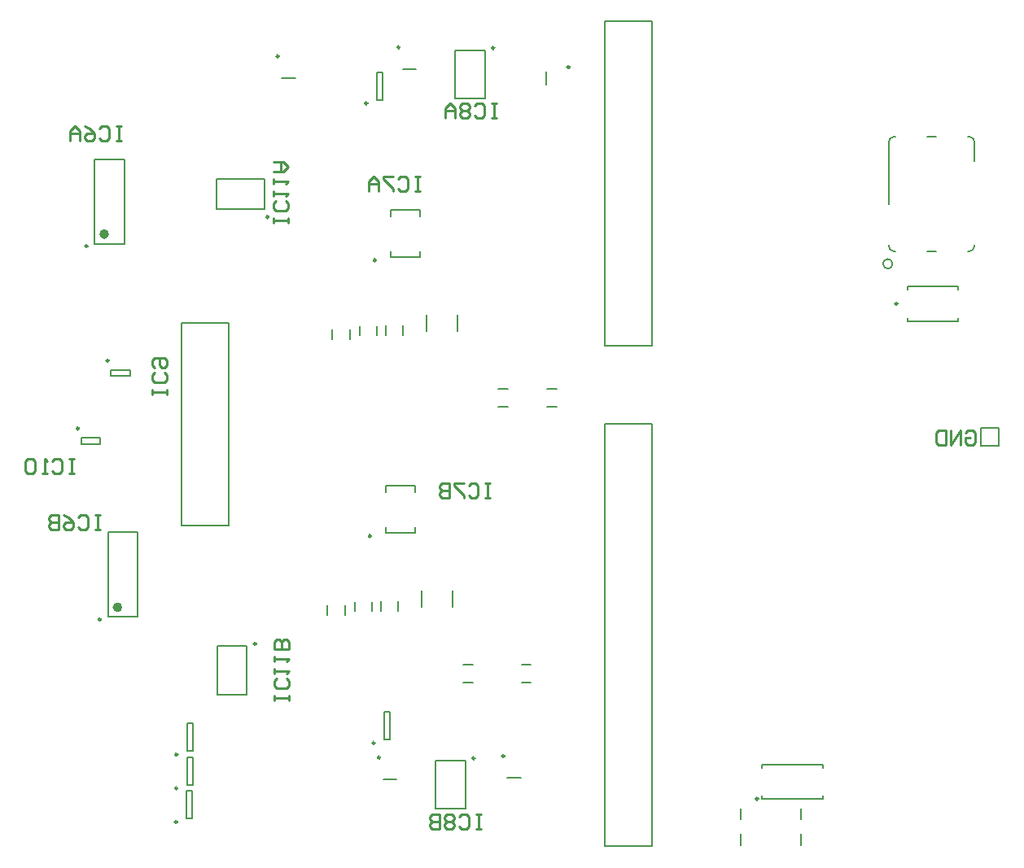
<source format=gbo>
G04*
G04 #@! TF.GenerationSoftware,Altium Limited,Altium Designer,21.5.1 (32)*
G04*
G04 Layer_Color=32896*
%FSLAX25Y25*%
%MOIN*%
G70*
G04*
G04 #@! TF.SameCoordinates,40A1BE61-9D6D-4511-9C65-2EA0C261B3BE*
G04*
G04*
G04 #@! TF.FilePolarity,Positive*
G04*
G01*
G75*
%ADD10C,0.00984*%
%ADD11C,0.00787*%
%ADD13C,0.01000*%
%ADD98C,0.01968*%
D10*
X116488Y285551D02*
G03*
X116488Y285551I-492J0D01*
G01*
X111441Y110650D02*
G03*
X111441Y110650I-492J0D01*
G01*
X120668Y351406D02*
G03*
X120668Y351406I-492J0D01*
G01*
X170205Y355128D02*
G03*
X170205Y355128I-492J0D01*
G01*
X239776Y346965D02*
G03*
X239776Y346965I-492J0D01*
G01*
X156980Y332126D02*
G03*
X156980Y332126I-492J0D01*
G01*
X208941Y354846D02*
G03*
X208941Y354846I-492J0D01*
G01*
X79202Y65323D02*
G03*
X79202Y65323I-492J0D01*
G01*
X79097Y37716D02*
G03*
X79097Y37716I-492J0D01*
G01*
X79202Y51472D02*
G03*
X79202Y51472I-492J0D01*
G01*
X42394Y273603D02*
G03*
X42394Y273603I-492J0D01*
G01*
X51074Y226711D02*
G03*
X51074Y226711I-492J0D01*
G01*
X38871Y198923D02*
G03*
X38871Y198923I-492J0D01*
G01*
X47840Y120653D02*
G03*
X47840Y120653I-492J0D01*
G01*
X200941Y63793D02*
G03*
X200941Y63793I-492J0D01*
G01*
X158429Y154846D02*
G03*
X158429Y154846I-492J0D01*
G01*
X160429Y267846D02*
G03*
X160429Y267846I-492J0D01*
G01*
X316980Y47185D02*
G03*
X316980Y47185I-492J0D01*
G01*
X162205Y64075D02*
G03*
X162205Y64075I-492J0D01*
G01*
X213063Y64671D02*
G03*
X213063Y64671I-492J0D01*
G01*
X159980Y70072D02*
G03*
X159980Y70072I-492J0D01*
G01*
X374031Y250000D02*
G03*
X374031Y250000I-492J0D01*
G01*
D11*
X372040Y266385D02*
G03*
X372040Y266385I-1969J0D01*
G01*
X370481Y273543D02*
G03*
X372449Y271575I1969J0D01*
G01*
X403551D02*
G03*
X405520Y273543I0J1969D01*
G01*
X372449Y318425D02*
G03*
X370481Y316457I0J-1969D01*
G01*
X405520D02*
G03*
X403551Y318425I-1969J0D01*
G01*
X95307Y288898D02*
Y301102D01*
X114992Y288898D02*
Y301102D01*
X95307D02*
X114992D01*
X95307Y288898D02*
X114992D01*
X95398Y89961D02*
X107602D01*
X95398Y109646D02*
X107602D01*
X95398Y89961D02*
Y109646D01*
X107602Y89961D02*
Y109646D01*
X121849Y342449D02*
X127361D01*
X171386Y346172D02*
X176898D01*
X230327Y339780D02*
Y345292D01*
X160819Y344921D02*
X163181D01*
Y333504D02*
Y344921D01*
X160819Y333504D02*
X163181D01*
X160819D02*
Y344921D01*
X205102Y334157D02*
Y353843D01*
X192898Y334157D02*
Y353843D01*
X205102D01*
X192898Y334157D02*
X205102D01*
X83040Y66701D02*
Y78118D01*
Y66701D02*
X85402D01*
Y78118D01*
X83040D02*
X85402D01*
X82936Y39094D02*
Y50511D01*
Y39094D02*
X85298D01*
Y50511D01*
X82936D02*
X85298D01*
X83040Y52850D02*
Y64268D01*
Y52850D02*
X85402D01*
Y64268D01*
X83040D02*
X85402D01*
X45249Y309272D02*
X57453D01*
X45249Y274626D02*
X57453D01*
Y309272D01*
X45249Y274626D02*
Y309272D01*
X59834Y220411D02*
Y222774D01*
X51960Y220411D02*
X59834D01*
X51960D02*
Y222774D01*
X59834D01*
X39757Y194986D02*
X47631D01*
X39757Y192624D02*
Y194986D01*
Y192624D02*
X47631D01*
Y194986D01*
X50694Y156323D02*
X62899D01*
X50694Y121677D02*
X62899D01*
Y156323D01*
X50694Y121677D02*
Y156323D01*
X184898Y43104D02*
X197102D01*
X184898Y62789D02*
X197102D01*
X184898Y43104D02*
Y62789D01*
X197102Y43104D02*
Y62789D01*
X164433Y172957D02*
Y175319D01*
X176637D01*
Y172957D02*
Y175319D01*
Y156028D02*
Y158390D01*
X164433Y156028D02*
X176637D01*
X164433D02*
Y158390D01*
X166433Y285957D02*
Y288319D01*
X178638D01*
Y285957D02*
Y288319D01*
Y269028D02*
Y271390D01*
X166433Y269028D02*
X178638D01*
X166433D02*
Y271390D01*
X408118Y191657D02*
X415480D01*
X408118D02*
Y199020D01*
X415480D01*
Y191657D02*
Y199020D01*
X343358Y59882D02*
Y61063D01*
Y47283D02*
Y48465D01*
X318555Y47283D02*
Y48465D01*
Y59882D02*
Y61063D01*
X343358D01*
X318555Y47283D02*
X343358D01*
X334500Y38736D02*
Y43264D01*
X310000Y28134D02*
Y32662D01*
X334500Y28134D02*
Y32662D01*
X310000Y38736D02*
Y43264D01*
X179169Y125803D02*
Y132496D01*
X191768Y125803D02*
Y132496D01*
X159012Y124031D02*
Y127968D01*
X151925Y124031D02*
Y127968D01*
X162457Y124228D02*
Y128165D01*
X169543Y124228D02*
Y128165D01*
X147693Y122531D02*
Y126468D01*
X140606Y122531D02*
Y126468D01*
X220031Y102043D02*
X223968D01*
X220031Y94957D02*
X223968D01*
X196139Y102043D02*
X200076D01*
X196139Y94957D02*
X200076D01*
X181169Y238803D02*
Y245496D01*
X193768Y238803D02*
Y245496D01*
X161012Y237031D02*
Y240968D01*
X153925Y237031D02*
Y240968D01*
X164457Y237228D02*
Y241165D01*
X171543Y237228D02*
Y241165D01*
X149693Y235531D02*
Y239468D01*
X142606Y235531D02*
Y239468D01*
X230532Y215043D02*
X234469D01*
X230532Y207957D02*
X234469D01*
X210441Y215043D02*
X214378D01*
X210441Y207957D02*
X214378D01*
X372449Y318425D02*
X373040D01*
X386032D02*
X389969D01*
X405520Y308465D02*
Y316457D01*
X402961Y271575D02*
X403552D01*
X386032D02*
X389969D01*
X370481Y273543D02*
Y274213D01*
X405520Y273543D02*
Y274213D01*
X372449Y271575D02*
X373040D01*
X370481Y290748D02*
Y316457D01*
X402961Y318425D02*
X403552D01*
X163386Y55118D02*
X168898D01*
X214244Y55714D02*
X219756D01*
X163819Y71450D02*
Y82868D01*
Y71450D02*
X166181D01*
Y82868D01*
X163819D02*
X166181D01*
X398933Y255709D02*
Y257087D01*
X378067D02*
X398933D01*
X378067Y255709D02*
Y257087D01*
X398933Y242913D02*
Y244291D01*
X378067Y242913D02*
X398933D01*
X378067D02*
Y244291D01*
X254035Y27673D02*
Y200669D01*
X273524Y27673D02*
Y200669D01*
X254035D02*
X273524D01*
X254035Y27673D02*
X273524D01*
Y232717D02*
Y365709D01*
X254035Y232717D02*
Y365709D01*
Y232717D02*
X273524D01*
X254035Y365709D02*
X273524D01*
X80807Y159287D02*
X100295D01*
X80807D02*
Y242283D01*
X100295Y159287D02*
Y242283D01*
X80807D02*
X100295D01*
D13*
X402001Y196998D02*
X403001Y197998D01*
X405000D01*
X406000Y196998D01*
Y193000D01*
X405000Y192000D01*
X403001D01*
X402001Y193000D01*
Y194999D01*
X404001D01*
X400002Y192000D02*
Y197998D01*
X396003Y192000D01*
Y197998D01*
X394004D02*
Y192000D01*
X391005D01*
X390005Y193000D01*
Y196998D01*
X391005Y197998D01*
X394004D01*
X209997Y331999D02*
X207997D01*
X208997D01*
Y326001D01*
X209997D01*
X207997D01*
X200999Y330999D02*
X201999Y331999D01*
X203998D01*
X204998Y330999D01*
Y327001D01*
X203998Y326001D01*
X201999D01*
X200999Y327001D01*
X199000Y330999D02*
X198001Y331999D01*
X196001D01*
X195001Y330999D01*
Y330000D01*
X196001Y329000D01*
X195001Y328000D01*
Y327001D01*
X196001Y326001D01*
X198001D01*
X199000Y327001D01*
Y328000D01*
X198001Y329000D01*
X199000Y330000D01*
Y330999D01*
X198001Y329000D02*
X196001D01*
X193002Y326001D02*
Y330000D01*
X191003Y331999D01*
X189003Y330000D01*
Y326001D01*
Y329000D01*
X193002D01*
X207347Y176541D02*
X205348D01*
X206347D01*
Y170543D01*
X207347D01*
X205348D01*
X198350Y175541D02*
X199350Y176541D01*
X201349D01*
X202349Y175541D01*
Y171542D01*
X201349Y170543D01*
X199350D01*
X198350Y171542D01*
X196351Y176541D02*
X192352D01*
Y175541D01*
X196351Y171542D01*
Y170543D01*
X190353Y176541D02*
Y170543D01*
X187354D01*
X186354Y171542D01*
Y172542D01*
X187354Y173542D01*
X190353D01*
X187354D01*
X186354Y174541D01*
Y175541D01*
X187354Y176541D01*
X190353D01*
X178356Y302175D02*
X176357D01*
X177357D01*
Y296177D01*
X178356D01*
X176357D01*
X169359Y301175D02*
X170359Y302175D01*
X172358D01*
X173358Y301175D01*
Y297177D01*
X172358Y296177D01*
X170359D01*
X169359Y297177D01*
X167360Y302175D02*
X163361D01*
Y301175D01*
X167360Y297177D01*
Y296177D01*
X161362D02*
Y300176D01*
X159363Y302175D01*
X157363Y300176D01*
Y296177D01*
Y299176D01*
X161362D01*
X124999Y87504D02*
Y89503D01*
Y88504D01*
X119001D01*
Y87504D01*
Y89503D01*
X123999Y96501D02*
X124999Y95502D01*
Y93502D01*
X123999Y92502D01*
X120001D01*
X119001Y93502D01*
Y95502D01*
X120001Y96501D01*
X119001Y98501D02*
Y100500D01*
Y99500D01*
X124999D01*
X123999Y98501D01*
X119001Y103499D02*
Y105498D01*
Y104499D01*
X124999D01*
X123999Y103499D01*
X124999Y108497D02*
X119001D01*
Y111496D01*
X120001Y112496D01*
X121000D01*
X122000Y111496D01*
Y108497D01*
Y111496D01*
X123000Y112496D01*
X123999D01*
X124999Y111496D01*
Y108497D01*
X124499Y283004D02*
Y285003D01*
Y284004D01*
X118501D01*
Y283004D01*
Y285003D01*
X123499Y292001D02*
X124499Y291001D01*
Y289002D01*
X123499Y288002D01*
X119501D01*
X118501Y289002D01*
Y291001D01*
X119501Y292001D01*
X118501Y294001D02*
Y296000D01*
Y295000D01*
X124499D01*
X123499Y294001D01*
X118501Y298999D02*
Y300998D01*
Y299998D01*
X124499D01*
X123499Y298999D01*
X118501Y303997D02*
X122500D01*
X124499Y305997D01*
X122500Y307996D01*
X118501D01*
X121500D01*
Y303997D01*
X36997Y186499D02*
X34997D01*
X35997D01*
Y180501D01*
X36997D01*
X34997D01*
X28000Y185499D02*
X28999Y186499D01*
X30999D01*
X31998Y185499D01*
Y181501D01*
X30999Y180501D01*
X28999D01*
X28000Y181501D01*
X26000Y180501D02*
X24001D01*
X25001D01*
Y186499D01*
X26000Y185499D01*
X21002D02*
X20002Y186499D01*
X18003D01*
X17003Y185499D01*
Y181501D01*
X18003Y180501D01*
X20002D01*
X21002Y181501D01*
Y185499D01*
X74999Y212914D02*
Y214913D01*
Y213913D01*
X69001D01*
Y212914D01*
Y214913D01*
X73999Y221911D02*
X74999Y220911D01*
Y218912D01*
X73999Y217912D01*
X70001D01*
X69001Y218912D01*
Y220911D01*
X70001Y221911D01*
Y223910D02*
X69001Y224910D01*
Y226909D01*
X70001Y227909D01*
X73999D01*
X74999Y226909D01*
Y224910D01*
X73999Y223910D01*
X73000D01*
X72000Y224910D01*
Y227909D01*
X203556Y40705D02*
X201556D01*
X202556D01*
Y34707D01*
X203556D01*
X201556D01*
X194559Y39706D02*
X195558Y40705D01*
X197557D01*
X198557Y39706D01*
Y35707D01*
X197557Y34707D01*
X195558D01*
X194559Y35707D01*
X192559Y39706D02*
X191560Y40705D01*
X189560D01*
X188560Y39706D01*
Y38706D01*
X189560Y37706D01*
X188560Y36707D01*
Y35707D01*
X189560Y34707D01*
X191560D01*
X192559Y35707D01*
Y36707D01*
X191560Y37706D01*
X192559Y38706D01*
Y39706D01*
X191560Y37706D02*
X189560D01*
X186561Y40705D02*
Y34707D01*
X183562D01*
X182562Y35707D01*
Y36707D01*
X183562Y37706D01*
X186561D01*
X183562D01*
X182562Y38706D01*
Y39706D01*
X183562Y40705D01*
X186561D01*
X47497Y163448D02*
X45497D01*
X46497D01*
Y157450D01*
X47497D01*
X45497D01*
X38500Y162448D02*
X39499Y163448D01*
X41499D01*
X42498Y162448D01*
Y158449D01*
X41499Y157450D01*
X39499D01*
X38500Y158449D01*
X32501Y163448D02*
X34501Y162448D01*
X36500Y160449D01*
Y158449D01*
X35500Y157450D01*
X33501D01*
X32501Y158449D01*
Y159449D01*
X33501Y160449D01*
X36500D01*
X30502Y163448D02*
Y157450D01*
X27503D01*
X26503Y158449D01*
Y159449D01*
X27503Y160449D01*
X30502D01*
X27503D01*
X26503Y161448D01*
Y162448D01*
X27503Y163448D01*
X30502D01*
X56289Y322941D02*
X54289D01*
X55289D01*
Y316943D01*
X56289D01*
X54289D01*
X47291Y321941D02*
X48291Y322941D01*
X50291D01*
X51290Y321941D01*
Y317943D01*
X50291Y316943D01*
X48291D01*
X47291Y317943D01*
X41293Y322941D02*
X43293Y321941D01*
X45292Y319942D01*
Y317943D01*
X44292Y316943D01*
X42293D01*
X41293Y317943D01*
Y318942D01*
X42293Y319942D01*
X45292D01*
X39294Y316943D02*
Y320941D01*
X37295Y322941D01*
X35295Y320941D01*
Y316943D01*
Y319942D01*
X39294D01*
D98*
X50170Y278563D02*
G03*
X50170Y278563I-984J0D01*
G01*
X55615Y125614D02*
G03*
X55615Y125614I-984J0D01*
G01*
M02*

</source>
